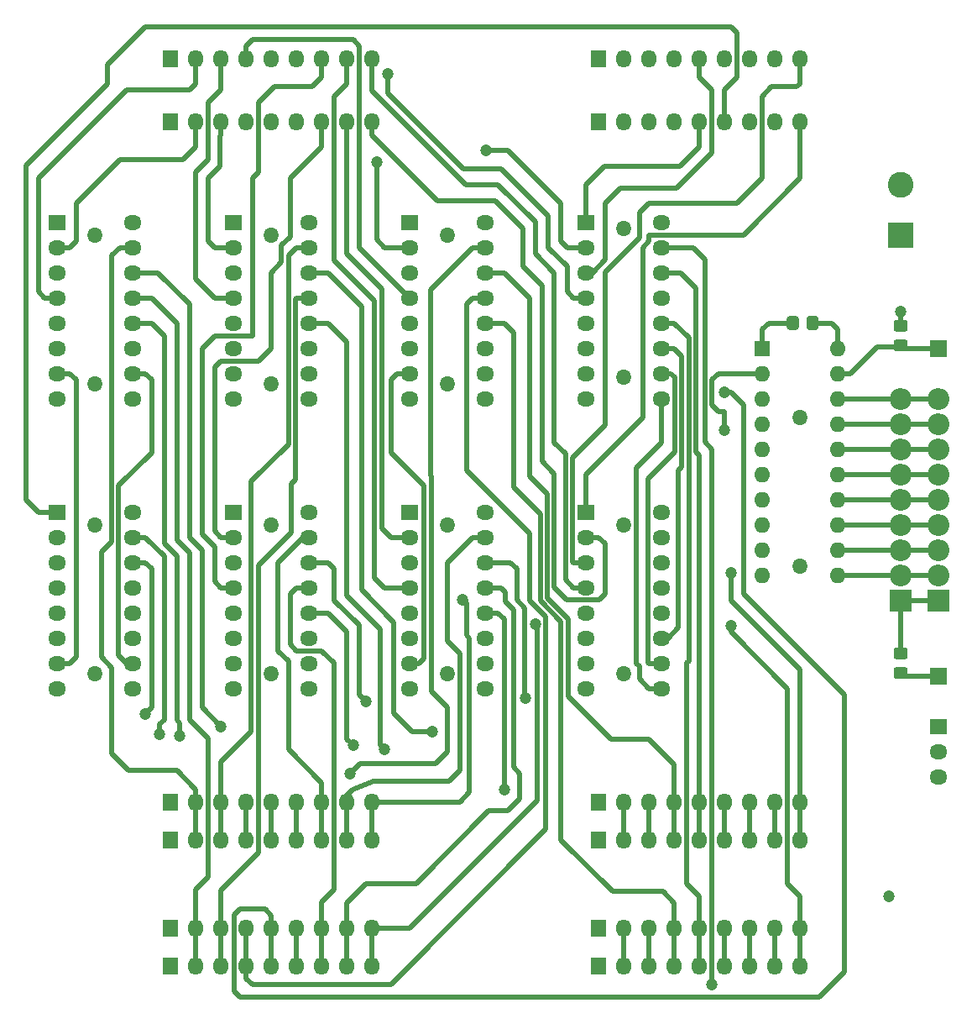
<source format=gbr>
%TF.GenerationSoftware,KiCad,Pcbnew,(5.1.8)-1*%
%TF.CreationDate,2023-02-18T01:15:33+03:00*%
%TF.ProjectId,MUX8x1-v5,4d555838-7831-42d7-9635-2e6b69636164,rev?*%
%TF.SameCoordinates,Original*%
%TF.FileFunction,Copper,L4,Bot*%
%TF.FilePolarity,Positive*%
%FSLAX46Y46*%
G04 Gerber Fmt 4.6, Leading zero omitted, Abs format (unit mm)*
G04 Created by KiCad (PCBNEW (5.1.8)-1) date 2023-02-18 01:15:33*
%MOMM*%
%LPD*%
G01*
G04 APERTURE LIST*
%TA.AperFunction,ComponentPad*%
%ADD10O,1.500000X1.600000*%
%TD*%
%TA.AperFunction,ComponentPad*%
%ADD11O,1.600000X1.600000*%
%TD*%
%TA.AperFunction,ComponentPad*%
%ADD12R,1.600000X1.600000*%
%TD*%
%TA.AperFunction,ComponentPad*%
%ADD13R,1.700000X1.700000*%
%TD*%
%TA.AperFunction,ComponentPad*%
%ADD14O,2.200000X2.200000*%
%TD*%
%TA.AperFunction,ComponentPad*%
%ADD15R,2.200000X2.200000*%
%TD*%
%TA.AperFunction,ComponentPad*%
%ADD16O,1.500000X1.800000*%
%TD*%
%TA.AperFunction,ComponentPad*%
%ADD17R,1.500000X1.800000*%
%TD*%
%TA.AperFunction,ComponentPad*%
%ADD18O,1.800000X1.500000*%
%TD*%
%TA.AperFunction,ComponentPad*%
%ADD19R,1.800000X1.500000*%
%TD*%
%TA.AperFunction,ComponentPad*%
%ADD20C,2.600000*%
%TD*%
%TA.AperFunction,ComponentPad*%
%ADD21R,2.600000X2.600000*%
%TD*%
%TA.AperFunction,ViaPad*%
%ADD22C,1.200000*%
%TD*%
%TA.AperFunction,Conductor*%
%ADD23C,0.500000*%
%TD*%
G04 APERTURE END LIST*
D10*
%TO.P,C9,2*%
%TO.N,GND*%
X137160000Y-93105000D03*
%TO.P,C9,1*%
%TO.N,VCC*%
X137160000Y-78105000D03*
%TD*%
D11*
%TO.P,U9,20*%
%TO.N,VCC*%
X140970000Y-71120000D03*
%TO.P,U9,10*%
%TO.N,GND*%
X133350000Y-93980000D03*
%TO.P,U9,19*%
%TO.N,/~OE*%
X140970000Y-73660000D03*
%TO.P,U9,9*%
%TO.N,/O7*%
X133350000Y-91440000D03*
%TO.P,U9,18*%
%TO.N,/BUS0*%
X140970000Y-76200000D03*
%TO.P,U9,8*%
%TO.N,/O6*%
X133350000Y-88900000D03*
%TO.P,U9,17*%
%TO.N,/BUS1*%
X140970000Y-78740000D03*
%TO.P,U9,7*%
%TO.N,/O5*%
X133350000Y-86360000D03*
%TO.P,U9,16*%
%TO.N,/BUS2*%
X140970000Y-81280000D03*
%TO.P,U9,6*%
%TO.N,/O4*%
X133350000Y-83820000D03*
%TO.P,U9,15*%
%TO.N,/BUS3*%
X140970000Y-83820000D03*
%TO.P,U9,5*%
%TO.N,/O3*%
X133350000Y-81280000D03*
%TO.P,U9,14*%
%TO.N,/BUS4*%
X140970000Y-86360000D03*
%TO.P,U9,4*%
%TO.N,/O2*%
X133350000Y-78740000D03*
%TO.P,U9,13*%
%TO.N,/BUS5*%
X140970000Y-88900000D03*
%TO.P,U9,3*%
%TO.N,/O1*%
X133350000Y-76200000D03*
%TO.P,U9,12*%
%TO.N,/BUS6*%
X140970000Y-91440000D03*
%TO.P,U9,2*%
%TO.N,/O0*%
X133350000Y-73660000D03*
%TO.P,U9,11*%
%TO.N,/BUS7*%
X140970000Y-93980000D03*
D12*
%TO.P,U9,1*%
%TO.N,Net-(R2-Pad1)*%
X133350000Y-71120000D03*
%TD*%
%TO.P,R3,2*%
%TO.N,GND*%
%TA.AperFunction,SMDPad,CuDef*%
G36*
G01*
X147770001Y-69450000D02*
X146869999Y-69450000D01*
G75*
G02*
X146620000Y-69200001I0J249999D01*
G01*
X146620000Y-68499999D01*
G75*
G02*
X146869999Y-68250000I249999J0D01*
G01*
X147770001Y-68250000D01*
G75*
G02*
X148020000Y-68499999I0J-249999D01*
G01*
X148020000Y-69200001D01*
G75*
G02*
X147770001Y-69450000I-249999J0D01*
G01*
G37*
%TD.AperFunction*%
%TO.P,R3,1*%
%TO.N,/~OE*%
%TA.AperFunction,SMDPad,CuDef*%
G36*
G01*
X147770001Y-71450000D02*
X146869999Y-71450000D01*
G75*
G02*
X146620000Y-71200001I0J249999D01*
G01*
X146620000Y-70499999D01*
G75*
G02*
X146869999Y-70250000I249999J0D01*
G01*
X147770001Y-70250000D01*
G75*
G02*
X148020000Y-70499999I0J-249999D01*
G01*
X148020000Y-71200001D01*
G75*
G02*
X147770001Y-71450000I-249999J0D01*
G01*
G37*
%TD.AperFunction*%
%TD*%
%TO.P,R2,2*%
%TO.N,VCC*%
%TA.AperFunction,SMDPad,CuDef*%
G36*
G01*
X137830000Y-69030001D02*
X137830000Y-68129999D01*
G75*
G02*
X138079999Y-67880000I249999J0D01*
G01*
X138780001Y-67880000D01*
G75*
G02*
X139030000Y-68129999I0J-249999D01*
G01*
X139030000Y-69030001D01*
G75*
G02*
X138780001Y-69280000I-249999J0D01*
G01*
X138079999Y-69280000D01*
G75*
G02*
X137830000Y-69030001I0J249999D01*
G01*
G37*
%TD.AperFunction*%
%TO.P,R2,1*%
%TO.N,Net-(R2-Pad1)*%
%TA.AperFunction,SMDPad,CuDef*%
G36*
G01*
X135830000Y-69030001D02*
X135830000Y-68129999D01*
G75*
G02*
X136079999Y-67880000I249999J0D01*
G01*
X136780001Y-67880000D01*
G75*
G02*
X137030000Y-68129999I0J-249999D01*
G01*
X137030000Y-69030001D01*
G75*
G02*
X136780001Y-69280000I-249999J0D01*
G01*
X136079999Y-69280000D01*
G75*
G02*
X135830000Y-69030001I0J249999D01*
G01*
G37*
%TD.AperFunction*%
%TD*%
D13*
%TO.P,J7,1*%
%TO.N,/~OE*%
X151130000Y-71120000D03*
%TD*%
D14*
%TO.P,J3,9*%
%TO.N,/BUS0*%
X147320000Y-76200000D03*
%TO.P,J3,8*%
%TO.N,/BUS1*%
X147320000Y-78740000D03*
%TO.P,J3,7*%
%TO.N,/BUS2*%
X147320000Y-81280000D03*
%TO.P,J3,6*%
%TO.N,/BUS3*%
X147320000Y-83820000D03*
%TO.P,J3,5*%
%TO.N,/BUS4*%
X147320000Y-86360000D03*
%TO.P,J3,4*%
%TO.N,/BUS5*%
X147320000Y-88900000D03*
%TO.P,J3,3*%
%TO.N,/BUS6*%
X147320000Y-91440000D03*
%TO.P,J3,2*%
%TO.N,/BUS7*%
X147320000Y-93980000D03*
D15*
%TO.P,J3,1*%
%TO.N,GND*%
X147320000Y-96520000D03*
%TD*%
D14*
%TO.P,J21,9*%
%TO.N,/BUS0*%
X151130000Y-76200000D03*
%TO.P,J21,8*%
%TO.N,/BUS1*%
X151130000Y-78740000D03*
%TO.P,J21,7*%
%TO.N,/BUS2*%
X151130000Y-81280000D03*
%TO.P,J21,6*%
%TO.N,/BUS3*%
X151130000Y-83820000D03*
%TO.P,J21,5*%
%TO.N,/BUS4*%
X151130000Y-86360000D03*
%TO.P,J21,4*%
%TO.N,/BUS5*%
X151130000Y-88900000D03*
%TO.P,J21,3*%
%TO.N,/BUS6*%
X151130000Y-91440000D03*
%TO.P,J21,2*%
%TO.N,/BUS7*%
X151130000Y-93980000D03*
D15*
%TO.P,J21,1*%
%TO.N,GND*%
X151130000Y-96520000D03*
%TD*%
D16*
%TO.P,J18,9*%
%TO.N,/H7*%
X137160000Y-129540000D03*
%TO.P,J18,8*%
%TO.N,/H6*%
X134620000Y-129540000D03*
%TO.P,J18,7*%
%TO.N,/H5*%
X132080000Y-129540000D03*
%TO.P,J18,6*%
%TO.N,/H4*%
X129540000Y-129540000D03*
%TO.P,J18,5*%
%TO.N,/H3*%
X127000000Y-129540000D03*
%TO.P,J18,4*%
%TO.N,/H2*%
X124460000Y-129540000D03*
%TO.P,J18,3*%
%TO.N,/H1*%
X121920000Y-129540000D03*
%TO.P,J18,2*%
%TO.N,/H0*%
X119380000Y-129540000D03*
D17*
%TO.P,J18,1*%
%TO.N,GND*%
X116840000Y-129540000D03*
%TD*%
D16*
%TO.P,J16,9*%
%TO.N,/H7*%
X137160000Y-133350000D03*
%TO.P,J16,8*%
%TO.N,/H6*%
X134620000Y-133350000D03*
%TO.P,J16,7*%
%TO.N,/H5*%
X132080000Y-133350000D03*
%TO.P,J16,6*%
%TO.N,/H4*%
X129540000Y-133350000D03*
%TO.P,J16,5*%
%TO.N,/H3*%
X127000000Y-133350000D03*
%TO.P,J16,4*%
%TO.N,/H2*%
X124460000Y-133350000D03*
%TO.P,J16,3*%
%TO.N,/H1*%
X121920000Y-133350000D03*
%TO.P,J16,2*%
%TO.N,/H0*%
X119380000Y-133350000D03*
D17*
%TO.P,J16,1*%
%TO.N,GND*%
X116840000Y-133350000D03*
%TD*%
D16*
%TO.P,J15,9*%
%TO.N,/D7*%
X137160000Y-48260000D03*
%TO.P,J15,8*%
%TO.N,/D6*%
X134620000Y-48260000D03*
%TO.P,J15,7*%
%TO.N,/D5*%
X132080000Y-48260000D03*
%TO.P,J15,6*%
%TO.N,/D4*%
X129540000Y-48260000D03*
%TO.P,J15,5*%
%TO.N,/D3*%
X127000000Y-48260000D03*
%TO.P,J15,4*%
%TO.N,/D2*%
X124460000Y-48260000D03*
%TO.P,J15,3*%
%TO.N,/D1*%
X121920000Y-48260000D03*
%TO.P,J15,2*%
%TO.N,/D0*%
X119380000Y-48260000D03*
D17*
%TO.P,J15,1*%
%TO.N,GND*%
X116840000Y-48260000D03*
%TD*%
D16*
%TO.P,J14,9*%
%TO.N,/G7*%
X93980000Y-133350000D03*
%TO.P,J14,8*%
%TO.N,/G6*%
X91440000Y-133350000D03*
%TO.P,J14,7*%
%TO.N,/G5*%
X88900000Y-133350000D03*
%TO.P,J14,6*%
%TO.N,/G4*%
X86360000Y-133350000D03*
%TO.P,J14,5*%
%TO.N,/G3*%
X83820000Y-133350000D03*
%TO.P,J14,4*%
%TO.N,/G2*%
X81280000Y-133350000D03*
%TO.P,J14,3*%
%TO.N,/G1*%
X78740000Y-133350000D03*
%TO.P,J14,2*%
%TO.N,/G0*%
X76200000Y-133350000D03*
D17*
%TO.P,J14,1*%
%TO.N,GND*%
X73660000Y-133350000D03*
%TD*%
D16*
%TO.P,J12,9*%
%TO.N,/G7*%
X93980000Y-129540000D03*
%TO.P,J12,8*%
%TO.N,/G6*%
X91440000Y-129540000D03*
%TO.P,J12,7*%
%TO.N,/G5*%
X88900000Y-129540000D03*
%TO.P,J12,6*%
%TO.N,/G4*%
X86360000Y-129540000D03*
%TO.P,J12,5*%
%TO.N,/G3*%
X83820000Y-129540000D03*
%TO.P,J12,4*%
%TO.N,/G2*%
X81280000Y-129540000D03*
%TO.P,J12,3*%
%TO.N,/G1*%
X78740000Y-129540000D03*
%TO.P,J12,2*%
%TO.N,/G0*%
X76200000Y-129540000D03*
D17*
%TO.P,J12,1*%
%TO.N,GND*%
X73660000Y-129540000D03*
%TD*%
D16*
%TO.P,J11,9*%
%TO.N,/C7*%
X93980000Y-48260000D03*
%TO.P,J11,8*%
%TO.N,/C6*%
X91440000Y-48260000D03*
%TO.P,J11,7*%
%TO.N,/C5*%
X88900000Y-48260000D03*
%TO.P,J11,6*%
%TO.N,/C4*%
X86360000Y-48260000D03*
%TO.P,J11,5*%
%TO.N,/C3*%
X83820000Y-48260000D03*
%TO.P,J11,4*%
%TO.N,/C2*%
X81280000Y-48260000D03*
%TO.P,J11,3*%
%TO.N,/C1*%
X78740000Y-48260000D03*
%TO.P,J11,2*%
%TO.N,/C0*%
X76200000Y-48260000D03*
D17*
%TO.P,J11,1*%
%TO.N,GND*%
X73660000Y-48260000D03*
%TD*%
D16*
%TO.P,J8,9*%
%TO.N,/F7*%
X137160000Y-116880000D03*
%TO.P,J8,8*%
%TO.N,/F6*%
X134620000Y-116880000D03*
%TO.P,J8,7*%
%TO.N,/F5*%
X132080000Y-116880000D03*
%TO.P,J8,6*%
%TO.N,/F4*%
X129540000Y-116880000D03*
%TO.P,J8,5*%
%TO.N,/F3*%
X127000000Y-116880000D03*
%TO.P,J8,4*%
%TO.N,/F2*%
X124460000Y-116880000D03*
%TO.P,J8,3*%
%TO.N,/F1*%
X121920000Y-116880000D03*
%TO.P,J8,2*%
%TO.N,/F0*%
X119380000Y-116880000D03*
D17*
%TO.P,J8,1*%
%TO.N,GND*%
X116840000Y-116880000D03*
%TD*%
D16*
%TO.P,J6,9*%
%TO.N,/F7*%
X137160000Y-120650000D03*
%TO.P,J6,8*%
%TO.N,/F6*%
X134620000Y-120650000D03*
%TO.P,J6,7*%
%TO.N,/F5*%
X132080000Y-120650000D03*
%TO.P,J6,6*%
%TO.N,/F4*%
X129540000Y-120650000D03*
%TO.P,J6,5*%
%TO.N,/F3*%
X127000000Y-120650000D03*
%TO.P,J6,4*%
%TO.N,/F2*%
X124460000Y-120650000D03*
%TO.P,J6,3*%
%TO.N,/F1*%
X121920000Y-120650000D03*
%TO.P,J6,2*%
%TO.N,/F0*%
X119380000Y-120650000D03*
D17*
%TO.P,J6,1*%
%TO.N,GND*%
X116840000Y-120650000D03*
%TD*%
D16*
%TO.P,J5,9*%
%TO.N,/B7*%
X137160000Y-41910000D03*
%TO.P,J5,8*%
%TO.N,/B6*%
X134620000Y-41910000D03*
%TO.P,J5,7*%
%TO.N,/B5*%
X132080000Y-41910000D03*
%TO.P,J5,6*%
%TO.N,/B4*%
X129540000Y-41910000D03*
%TO.P,J5,5*%
%TO.N,/B3*%
X127000000Y-41910000D03*
%TO.P,J5,4*%
%TO.N,/B2*%
X124460000Y-41910000D03*
%TO.P,J5,3*%
%TO.N,/B1*%
X121920000Y-41910000D03*
%TO.P,J5,2*%
%TO.N,/B0*%
X119380000Y-41910000D03*
D17*
%TO.P,J5,1*%
%TO.N,GND*%
X116840000Y-41910000D03*
%TD*%
D16*
%TO.P,J4,9*%
%TO.N,/E7*%
X93980000Y-116840000D03*
%TO.P,J4,8*%
%TO.N,/E6*%
X91440000Y-116840000D03*
%TO.P,J4,7*%
%TO.N,/E5*%
X88900000Y-116840000D03*
%TO.P,J4,6*%
%TO.N,/E4*%
X86360000Y-116840000D03*
%TO.P,J4,5*%
%TO.N,/E3*%
X83820000Y-116840000D03*
%TO.P,J4,4*%
%TO.N,/E2*%
X81280000Y-116840000D03*
%TO.P,J4,3*%
%TO.N,/E1*%
X78740000Y-116840000D03*
%TO.P,J4,2*%
%TO.N,/E0*%
X76200000Y-116840000D03*
D17*
%TO.P,J4,1*%
%TO.N,GND*%
X73660000Y-116840000D03*
%TD*%
D16*
%TO.P,J2,9*%
%TO.N,/E7*%
X93980000Y-120650000D03*
%TO.P,J2,8*%
%TO.N,/E6*%
X91440000Y-120650000D03*
%TO.P,J2,7*%
%TO.N,/E5*%
X88900000Y-120650000D03*
%TO.P,J2,6*%
%TO.N,/E4*%
X86360000Y-120650000D03*
%TO.P,J2,5*%
%TO.N,/E3*%
X83820000Y-120650000D03*
%TO.P,J2,4*%
%TO.N,/E2*%
X81280000Y-120650000D03*
%TO.P,J2,3*%
%TO.N,/E1*%
X78740000Y-120650000D03*
%TO.P,J2,2*%
%TO.N,/E0*%
X76200000Y-120650000D03*
D17*
%TO.P,J2,1*%
%TO.N,GND*%
X73660000Y-120650000D03*
%TD*%
D16*
%TO.P,J1,9*%
%TO.N,/A7*%
X93980000Y-41910000D03*
%TO.P,J1,8*%
%TO.N,/A6*%
X91440000Y-41910000D03*
%TO.P,J1,7*%
%TO.N,/A5*%
X88900000Y-41910000D03*
%TO.P,J1,6*%
%TO.N,/A4*%
X86360000Y-41910000D03*
%TO.P,J1,5*%
%TO.N,/A3*%
X83820000Y-41910000D03*
%TO.P,J1,4*%
%TO.N,/A2*%
X81280000Y-41910000D03*
%TO.P,J1,3*%
%TO.N,/A1*%
X78740000Y-41910000D03*
%TO.P,J1,2*%
%TO.N,/A0*%
X76200000Y-41910000D03*
D17*
%TO.P,J1,1*%
%TO.N,GND*%
X73660000Y-41910000D03*
%TD*%
D10*
%TO.P,C8,2*%
%TO.N,GND*%
X119380000Y-103900000D03*
%TO.P,C8,1*%
%TO.N,VCC*%
X119380000Y-88900000D03*
%TD*%
%TO.P,C7,2*%
%TO.N,GND*%
X101600000Y-103900000D03*
%TO.P,C7,1*%
%TO.N,VCC*%
X101600000Y-88900000D03*
%TD*%
%TO.P,C6,2*%
%TO.N,GND*%
X83820000Y-103900000D03*
%TO.P,C6,1*%
%TO.N,VCC*%
X83820000Y-88900000D03*
%TD*%
%TO.P,C5,2*%
%TO.N,GND*%
X66040000Y-103900000D03*
%TO.P,C5,1*%
%TO.N,VCC*%
X66040000Y-88900000D03*
%TD*%
%TO.P,C4,2*%
%TO.N,GND*%
X119380000Y-74055000D03*
%TO.P,C4,1*%
%TO.N,VCC*%
X119380000Y-59055000D03*
%TD*%
%TO.P,C3,2*%
%TO.N,GND*%
X101600000Y-74690000D03*
%TO.P,C3,1*%
%TO.N,VCC*%
X101600000Y-59690000D03*
%TD*%
%TO.P,C2,2*%
%TO.N,GND*%
X83820000Y-74690000D03*
%TO.P,C2,1*%
%TO.N,VCC*%
X83820000Y-59690000D03*
%TD*%
%TO.P,C1,2*%
%TO.N,GND*%
X66040000Y-74690000D03*
%TO.P,C1,1*%
%TO.N,VCC*%
X66040000Y-59690000D03*
%TD*%
D18*
%TO.P,U8,16*%
%TO.N,VCC*%
X123190000Y-87630000D03*
%TO.P,U8,8*%
%TO.N,GND*%
X115570000Y-105410000D03*
%TO.P,U8,15*%
%TO.N,/E7*%
X123190000Y-90170000D03*
%TO.P,U8,7*%
%TO.N,/~E*%
X115570000Y-102870000D03*
%TO.P,U8,14*%
%TO.N,/F7*%
X123190000Y-92710000D03*
%TO.P,U8,6*%
%TO.N,Net-(U8-Pad6)*%
X115570000Y-100330000D03*
%TO.P,U8,13*%
%TO.N,/G7*%
X123190000Y-95250000D03*
%TO.P,U8,5*%
%TO.N,/O7*%
X115570000Y-97790000D03*
%TO.P,U8,12*%
%TO.N,/H7*%
X123190000Y-97790000D03*
%TO.P,U8,4*%
%TO.N,/A7*%
X115570000Y-95250000D03*
%TO.P,U8,11*%
%TO.N,/S0*%
X123190000Y-100330000D03*
%TO.P,U8,3*%
%TO.N,/B7*%
X115570000Y-92710000D03*
%TO.P,U8,10*%
%TO.N,/S1*%
X123190000Y-102870000D03*
%TO.P,U8,2*%
%TO.N,/C7*%
X115570000Y-90170000D03*
%TO.P,U8,9*%
%TO.N,/S2*%
X123190000Y-105410000D03*
D19*
%TO.P,U8,1*%
%TO.N,/D7*%
X115570000Y-87630000D03*
%TD*%
D18*
%TO.P,U7,16*%
%TO.N,VCC*%
X105410000Y-87630000D03*
%TO.P,U7,8*%
%TO.N,GND*%
X97790000Y-105410000D03*
%TO.P,U7,15*%
%TO.N,/E6*%
X105410000Y-90170000D03*
%TO.P,U7,7*%
%TO.N,/~E*%
X97790000Y-102870000D03*
%TO.P,U7,14*%
%TO.N,/F6*%
X105410000Y-92710000D03*
%TO.P,U7,6*%
%TO.N,Net-(U7-Pad6)*%
X97790000Y-100330000D03*
%TO.P,U7,13*%
%TO.N,/G6*%
X105410000Y-95250000D03*
%TO.P,U7,5*%
%TO.N,/O6*%
X97790000Y-97790000D03*
%TO.P,U7,12*%
%TO.N,/H6*%
X105410000Y-97790000D03*
%TO.P,U7,4*%
%TO.N,/A6*%
X97790000Y-95250000D03*
%TO.P,U7,11*%
%TO.N,/S0*%
X105410000Y-100330000D03*
%TO.P,U7,3*%
%TO.N,/B6*%
X97790000Y-92710000D03*
%TO.P,U7,10*%
%TO.N,/S1*%
X105410000Y-102870000D03*
%TO.P,U7,2*%
%TO.N,/C6*%
X97790000Y-90170000D03*
%TO.P,U7,9*%
%TO.N,/S2*%
X105410000Y-105410000D03*
D19*
%TO.P,U7,1*%
%TO.N,/D6*%
X97790000Y-87630000D03*
%TD*%
D18*
%TO.P,U6,16*%
%TO.N,VCC*%
X87630000Y-87630000D03*
%TO.P,U6,8*%
%TO.N,GND*%
X80010000Y-105410000D03*
%TO.P,U6,15*%
%TO.N,/E5*%
X87630000Y-90170000D03*
%TO.P,U6,7*%
%TO.N,/~E*%
X80010000Y-102870000D03*
%TO.P,U6,14*%
%TO.N,/F5*%
X87630000Y-92710000D03*
%TO.P,U6,6*%
%TO.N,Net-(U6-Pad6)*%
X80010000Y-100330000D03*
%TO.P,U6,13*%
%TO.N,/G5*%
X87630000Y-95250000D03*
%TO.P,U6,5*%
%TO.N,/O5*%
X80010000Y-97790000D03*
%TO.P,U6,12*%
%TO.N,/H5*%
X87630000Y-97790000D03*
%TO.P,U6,4*%
%TO.N,/A5*%
X80010000Y-95250000D03*
%TO.P,U6,11*%
%TO.N,/S0*%
X87630000Y-100330000D03*
%TO.P,U6,3*%
%TO.N,/B5*%
X80010000Y-92710000D03*
%TO.P,U6,10*%
%TO.N,/S1*%
X87630000Y-102870000D03*
%TO.P,U6,2*%
%TO.N,/C5*%
X80010000Y-90170000D03*
%TO.P,U6,9*%
%TO.N,/S2*%
X87630000Y-105410000D03*
D19*
%TO.P,U6,1*%
%TO.N,/D5*%
X80010000Y-87630000D03*
%TD*%
D18*
%TO.P,U5,16*%
%TO.N,VCC*%
X69850000Y-87630000D03*
%TO.P,U5,8*%
%TO.N,GND*%
X62230000Y-105410000D03*
%TO.P,U5,15*%
%TO.N,/E4*%
X69850000Y-90170000D03*
%TO.P,U5,7*%
%TO.N,/~E*%
X62230000Y-102870000D03*
%TO.P,U5,14*%
%TO.N,/F4*%
X69850000Y-92710000D03*
%TO.P,U5,6*%
%TO.N,Net-(U5-Pad6)*%
X62230000Y-100330000D03*
%TO.P,U5,13*%
%TO.N,/G4*%
X69850000Y-95250000D03*
%TO.P,U5,5*%
%TO.N,/O4*%
X62230000Y-97790000D03*
%TO.P,U5,12*%
%TO.N,/H4*%
X69850000Y-97790000D03*
%TO.P,U5,4*%
%TO.N,/A4*%
X62230000Y-95250000D03*
%TO.P,U5,11*%
%TO.N,/S0*%
X69850000Y-100330000D03*
%TO.P,U5,3*%
%TO.N,/B4*%
X62230000Y-92710000D03*
%TO.P,U5,10*%
%TO.N,/S1*%
X69850000Y-102870000D03*
%TO.P,U5,2*%
%TO.N,/C4*%
X62230000Y-90170000D03*
%TO.P,U5,9*%
%TO.N,/S2*%
X69850000Y-105410000D03*
D19*
%TO.P,U5,1*%
%TO.N,/D4*%
X62230000Y-87630000D03*
%TD*%
D18*
%TO.P,U4,16*%
%TO.N,VCC*%
X123190000Y-58420000D03*
%TO.P,U4,8*%
%TO.N,GND*%
X115570000Y-76200000D03*
%TO.P,U4,15*%
%TO.N,/E3*%
X123190000Y-60960000D03*
%TO.P,U4,7*%
%TO.N,/~E*%
X115570000Y-73660000D03*
%TO.P,U4,14*%
%TO.N,/F3*%
X123190000Y-63500000D03*
%TO.P,U4,6*%
%TO.N,Net-(U4-Pad6)*%
X115570000Y-71120000D03*
%TO.P,U4,13*%
%TO.N,/G3*%
X123190000Y-66040000D03*
%TO.P,U4,5*%
%TO.N,/O3*%
X115570000Y-68580000D03*
%TO.P,U4,12*%
%TO.N,/H3*%
X123190000Y-68580000D03*
%TO.P,U4,4*%
%TO.N,/A3*%
X115570000Y-66040000D03*
%TO.P,U4,11*%
%TO.N,/S0*%
X123190000Y-71120000D03*
%TO.P,U4,3*%
%TO.N,/B3*%
X115570000Y-63500000D03*
%TO.P,U4,10*%
%TO.N,/S1*%
X123190000Y-73660000D03*
%TO.P,U4,2*%
%TO.N,/C3*%
X115570000Y-60960000D03*
%TO.P,U4,9*%
%TO.N,/S2*%
X123190000Y-76200000D03*
D19*
%TO.P,U4,1*%
%TO.N,/D3*%
X115570000Y-58420000D03*
%TD*%
D18*
%TO.P,U3,16*%
%TO.N,VCC*%
X105410000Y-58420000D03*
%TO.P,U3,8*%
%TO.N,GND*%
X97790000Y-76200000D03*
%TO.P,U3,15*%
%TO.N,/E2*%
X105410000Y-60960000D03*
%TO.P,U3,7*%
%TO.N,/~E*%
X97790000Y-73660000D03*
%TO.P,U3,14*%
%TO.N,/F2*%
X105410000Y-63500000D03*
%TO.P,U3,6*%
%TO.N,Net-(U3-Pad6)*%
X97790000Y-71120000D03*
%TO.P,U3,13*%
%TO.N,/G2*%
X105410000Y-66040000D03*
%TO.P,U3,5*%
%TO.N,/O2*%
X97790000Y-68580000D03*
%TO.P,U3,12*%
%TO.N,/H2*%
X105410000Y-68580000D03*
%TO.P,U3,4*%
%TO.N,/A2*%
X97790000Y-66040000D03*
%TO.P,U3,11*%
%TO.N,/S0*%
X105410000Y-71120000D03*
%TO.P,U3,3*%
%TO.N,/B2*%
X97790000Y-63500000D03*
%TO.P,U3,10*%
%TO.N,/S1*%
X105410000Y-73660000D03*
%TO.P,U3,2*%
%TO.N,/C2*%
X97790000Y-60960000D03*
%TO.P,U3,9*%
%TO.N,/S2*%
X105410000Y-76200000D03*
D19*
%TO.P,U3,1*%
%TO.N,/D2*%
X97790000Y-58420000D03*
%TD*%
D18*
%TO.P,U2,16*%
%TO.N,VCC*%
X87630000Y-58420000D03*
%TO.P,U2,8*%
%TO.N,GND*%
X80010000Y-76200000D03*
%TO.P,U2,15*%
%TO.N,/E1*%
X87630000Y-60960000D03*
%TO.P,U2,7*%
%TO.N,/~E*%
X80010000Y-73660000D03*
%TO.P,U2,14*%
%TO.N,/F1*%
X87630000Y-63500000D03*
%TO.P,U2,6*%
%TO.N,Net-(U2-Pad6)*%
X80010000Y-71120000D03*
%TO.P,U2,13*%
%TO.N,/G1*%
X87630000Y-66040000D03*
%TO.P,U2,5*%
%TO.N,/O1*%
X80010000Y-68580000D03*
%TO.P,U2,12*%
%TO.N,/H1*%
X87630000Y-68580000D03*
%TO.P,U2,4*%
%TO.N,/A1*%
X80010000Y-66040000D03*
%TO.P,U2,11*%
%TO.N,/S0*%
X87630000Y-71120000D03*
%TO.P,U2,3*%
%TO.N,/B1*%
X80010000Y-63500000D03*
%TO.P,U2,10*%
%TO.N,/S1*%
X87630000Y-73660000D03*
%TO.P,U2,2*%
%TO.N,/C1*%
X80010000Y-60960000D03*
%TO.P,U2,9*%
%TO.N,/S2*%
X87630000Y-76200000D03*
D19*
%TO.P,U2,1*%
%TO.N,/D1*%
X80010000Y-58420000D03*
%TD*%
D18*
%TO.P,U1,16*%
%TO.N,VCC*%
X69850000Y-58420000D03*
%TO.P,U1,8*%
%TO.N,GND*%
X62230000Y-76200000D03*
%TO.P,U1,15*%
%TO.N,/E0*%
X69850000Y-60960000D03*
%TO.P,U1,7*%
%TO.N,/~E*%
X62230000Y-73660000D03*
%TO.P,U1,14*%
%TO.N,/F0*%
X69850000Y-63500000D03*
%TO.P,U1,6*%
%TO.N,Net-(U1-Pad6)*%
X62230000Y-71120000D03*
%TO.P,U1,13*%
%TO.N,/G0*%
X69850000Y-66040000D03*
%TO.P,U1,5*%
%TO.N,/O0*%
X62230000Y-68580000D03*
%TO.P,U1,12*%
%TO.N,/H0*%
X69850000Y-68580000D03*
%TO.P,U1,4*%
%TO.N,/A0*%
X62230000Y-66040000D03*
%TO.P,U1,11*%
%TO.N,/S0*%
X69850000Y-71120000D03*
%TO.P,U1,3*%
%TO.N,/B0*%
X62230000Y-63500000D03*
%TO.P,U1,10*%
%TO.N,/S1*%
X69850000Y-73660000D03*
%TO.P,U1,2*%
%TO.N,/C0*%
X62230000Y-60960000D03*
%TO.P,U1,9*%
%TO.N,/S2*%
X69850000Y-76200000D03*
D19*
%TO.P,U1,1*%
%TO.N,/D0*%
X62230000Y-58420000D03*
%TD*%
%TO.P,R1,2*%
%TO.N,GND*%
%TA.AperFunction,SMDPad,CuDef*%
G36*
G01*
X147770001Y-102470000D02*
X146869999Y-102470000D01*
G75*
G02*
X146620000Y-102220001I0J249999D01*
G01*
X146620000Y-101519999D01*
G75*
G02*
X146869999Y-101270000I249999J0D01*
G01*
X147770001Y-101270000D01*
G75*
G02*
X148020000Y-101519999I0J-249999D01*
G01*
X148020000Y-102220001D01*
G75*
G02*
X147770001Y-102470000I-249999J0D01*
G01*
G37*
%TD.AperFunction*%
%TO.P,R1,1*%
%TO.N,/~E*%
%TA.AperFunction,SMDPad,CuDef*%
G36*
G01*
X147770001Y-104470000D02*
X146869999Y-104470000D01*
G75*
G02*
X146620000Y-104220001I0J249999D01*
G01*
X146620000Y-103519999D01*
G75*
G02*
X146869999Y-103270000I249999J0D01*
G01*
X147770001Y-103270000D01*
G75*
G02*
X148020000Y-103519999I0J-249999D01*
G01*
X148020000Y-104220001D01*
G75*
G02*
X147770001Y-104470000I-249999J0D01*
G01*
G37*
%TD.AperFunction*%
%TD*%
D13*
%TO.P,J20,1*%
%TO.N,/~E*%
X151130000Y-104140000D03*
%TD*%
D18*
%TO.P,J10,3*%
%TO.N,/S2*%
X151130000Y-114300000D03*
%TO.P,J10,2*%
%TO.N,/S1*%
X151130000Y-111760000D03*
D19*
%TO.P,J10,1*%
%TO.N,/S0*%
X151130000Y-109220000D03*
%TD*%
D20*
%TO.P,J9,2*%
%TO.N,GND*%
X147320000Y-54690000D03*
D21*
%TO.P,J9,1*%
%TO.N,VCC*%
X147320000Y-59690000D03*
%TD*%
D22*
%TO.N,GND*%
X147320000Y-67441700D03*
X146163200Y-126360500D03*
%TO.N,/A3*%
X95562400Y-43502600D03*
%TO.N,/E7*%
X103150200Y-96450300D03*
%TO.N,/E4*%
X72581100Y-110046100D03*
%TO.N,/E3*%
X128270000Y-135255000D03*
%TO.N,/E2*%
X91785800Y-113982500D03*
%TO.N,/F7*%
X130175000Y-93804100D03*
%TO.N,/F6*%
X109488300Y-106416100D03*
%TO.N,/F5*%
X93345000Y-106680000D03*
%TO.N,/F4*%
X71120000Y-107950000D03*
%TO.N,/F1*%
X100094150Y-109773350D03*
%TO.N,/F0*%
X78740000Y-109220000D03*
%TO.N,/C3*%
X105463200Y-51170400D03*
%TO.N,/C2*%
X94463100Y-52335500D03*
%TO.N,/G7*%
X110449000Y-98919000D03*
%TO.N,/G3*%
X129540000Y-75565000D03*
%TO.N,/H7*%
X130175000Y-99060000D03*
%TO.N,/H6*%
X107315000Y-115570000D03*
%TO.N,/H5*%
X92075000Y-111125000D03*
%TO.N,/H1*%
X95250000Y-111506600D03*
%TO.N,/H0*%
X74595700Y-110155700D03*
%TO.N,/O0*%
X129540000Y-79375000D03*
%TD*%
D23*
%TO.N,GND*%
X149225000Y-96520000D02*
X151130000Y-96520000D01*
X147320000Y-96520000D02*
X149225000Y-96520000D01*
X147320000Y-67441700D02*
X147320000Y-68850000D01*
X147320000Y-96520000D02*
X147320000Y-98425000D01*
X147320000Y-98425000D02*
X147320000Y-99060000D01*
X147320000Y-99060000D02*
X147320000Y-101870000D01*
%TO.N,VCC*%
X140970000Y-71120000D02*
X140970000Y-69215000D01*
X140970000Y-69215000D02*
X140335000Y-68580000D01*
X140335000Y-68580000D02*
X138430000Y-68580000D01*
%TO.N,/A7*%
X113519200Y-81769200D02*
X113519200Y-94469200D01*
X112369550Y-80619550D02*
X113519200Y-81769200D01*
X113519200Y-94469200D02*
X114300000Y-95250000D01*
X110464550Y-61620450D02*
X112369550Y-63525450D01*
X114300000Y-95250000D02*
X115570000Y-95250000D01*
X112369550Y-63525450D02*
X112369550Y-80619550D01*
X110464550Y-58394550D02*
X110464550Y-61620450D01*
X106705450Y-54635450D02*
X110464550Y-58394550D01*
X103479550Y-54635450D02*
X106705450Y-54635450D01*
X93980000Y-45135900D02*
X103479550Y-54635450D01*
X93980000Y-41910000D02*
X93980000Y-45135900D01*
%TO.N,/A6*%
X95250000Y-95250000D02*
X97790000Y-95250000D01*
X94271000Y-94271000D02*
X95250000Y-95250000D01*
X94271000Y-66331000D02*
X94271000Y-94271000D01*
X90190000Y-62250000D02*
X94271000Y-66331000D01*
X90190000Y-45740000D02*
X90190000Y-62250000D01*
X91440000Y-44490000D02*
X90190000Y-45740000D01*
X91440000Y-41910000D02*
X91440000Y-44490000D01*
%TO.N,/A5*%
X88900000Y-43815000D02*
X88900000Y-41910000D01*
X80010000Y-95250000D02*
X78740000Y-95250000D01*
X84126650Y-44778350D02*
X87936650Y-44778350D01*
X78740000Y-95250000D02*
X78105000Y-94615000D01*
X82550000Y-53340000D02*
X82550000Y-46355000D01*
X78105000Y-94615000D02*
X78105000Y-91122500D01*
X78105000Y-91122500D02*
X76835000Y-89852500D01*
X76835000Y-89852500D02*
X76835000Y-71120000D01*
X76835000Y-71120000D02*
X78105000Y-69850000D01*
X78105000Y-69850000D02*
X81915000Y-69850000D01*
X81915000Y-69850000D02*
X81915000Y-53975000D01*
X81915000Y-53975000D02*
X82550000Y-53340000D01*
X82550000Y-46355000D02*
X84126650Y-44778350D01*
X87936650Y-44778350D02*
X88900000Y-43815000D01*
%TO.N,/A3*%
X114300000Y-66040000D02*
X115570000Y-66040000D01*
X113667650Y-65407650D02*
X114300000Y-66040000D01*
X113667650Y-62867650D02*
X113667650Y-65407650D01*
X111760000Y-60960000D02*
X113667650Y-62867650D01*
X111760000Y-57785000D02*
X111760000Y-60960000D01*
X106994850Y-53019850D02*
X111760000Y-57785000D01*
X103190150Y-53019850D02*
X106994850Y-53019850D01*
X95562400Y-45392100D02*
X103190150Y-53019850D01*
X95562400Y-43502600D02*
X95562400Y-45392100D01*
%TO.N,/A2*%
X96520000Y-64770000D02*
X97790000Y-66040000D01*
X92710000Y-60960000D02*
X96520000Y-64770000D01*
X92710000Y-40640000D02*
X92710000Y-60960000D01*
X81915000Y-40005000D02*
X92075000Y-40005000D01*
X81280000Y-40640000D02*
X81915000Y-40005000D01*
X92075000Y-40005000D02*
X92710000Y-40640000D01*
X81280000Y-41910000D02*
X81280000Y-40640000D01*
%TO.N,/A1*%
X77470000Y-52070000D02*
X76200000Y-53340000D01*
X77470000Y-46355000D02*
X77470000Y-52070000D01*
X78740000Y-45085000D02*
X77470000Y-46355000D01*
X78740000Y-41910000D02*
X78740000Y-45085000D01*
X76200000Y-53340000D02*
X76200000Y-64135000D01*
X78105000Y-66040000D02*
X76200000Y-64135000D01*
X78105000Y-66040000D02*
X80010000Y-66040000D01*
%TO.N,/A0*%
X60960000Y-66040000D02*
X62230000Y-66040000D01*
X60325000Y-65405000D02*
X60960000Y-66040000D01*
X60325000Y-53975000D02*
X60325000Y-65405000D01*
X69215000Y-45085000D02*
X60325000Y-53975000D01*
X75565000Y-45085000D02*
X69215000Y-45085000D01*
X76200000Y-44450000D02*
X75565000Y-45085000D01*
X76200000Y-41910000D02*
X76200000Y-44450000D01*
%TO.N,/E7*%
X93980000Y-116840000D02*
X93980000Y-120650000D01*
X103505000Y-96805100D02*
X103150200Y-96450300D01*
X103505000Y-100012500D02*
X103505000Y-96805100D01*
X103822500Y-100330000D02*
X103505000Y-100012500D01*
X103822500Y-115887500D02*
X103822500Y-100330000D01*
X102870000Y-116840000D02*
X103822500Y-115887500D01*
X93980000Y-116840000D02*
X102870000Y-116840000D01*
%TO.N,/E6*%
X91440000Y-120650000D02*
X91440000Y-116840000D01*
X104140000Y-90170000D02*
X105410000Y-90170000D01*
X101600000Y-92710000D02*
X104140000Y-90170000D01*
X101600000Y-100647500D02*
X101600000Y-92710000D01*
X102870000Y-101917500D02*
X101600000Y-100647500D01*
X102870000Y-113665000D02*
X102870000Y-101917500D01*
X101752800Y-114782200D02*
X102870000Y-113665000D01*
X94163300Y-114782200D02*
X101752800Y-114782200D01*
X92059750Y-115585250D02*
X94163300Y-114782200D01*
X91440000Y-116205000D02*
X92059750Y-115585250D01*
X91440000Y-116840000D02*
X91440000Y-116205000D01*
%TO.N,/E5*%
X88900000Y-120650000D02*
X88900000Y-116840000D01*
X88900000Y-114935000D02*
X88900000Y-116840000D01*
X85554100Y-111589100D02*
X88900000Y-114935000D01*
X85554100Y-102699100D02*
X85554100Y-111589100D01*
X84455000Y-101600000D02*
X85554100Y-102699100D01*
X84455000Y-92710000D02*
X84455000Y-101600000D01*
X86995000Y-90170000D02*
X84455000Y-92710000D01*
X87630000Y-90170000D02*
X86995000Y-90170000D01*
%TO.N,/E4*%
X86360000Y-120650000D02*
X86360000Y-116840000D01*
X72581100Y-109028900D02*
X72581100Y-110046100D01*
X73025000Y-108585000D02*
X72581100Y-109028900D01*
X71120000Y-90170000D02*
X73025000Y-92075000D01*
X73025000Y-92075000D02*
X73025000Y-108585000D01*
X69850000Y-90170000D02*
X71120000Y-90170000D01*
%TO.N,/E3*%
X83820000Y-120650000D02*
X83820000Y-116840000D01*
X123190000Y-60960000D02*
X126365000Y-60960000D01*
X127569990Y-62164990D02*
X127569990Y-79309990D01*
X126365000Y-60960000D02*
X127569990Y-62164990D01*
X127569990Y-79309990D02*
X127569990Y-80579990D01*
X127569990Y-80579990D02*
X128270000Y-81280000D01*
X128270000Y-81280000D02*
X128270000Y-92075000D01*
X128270000Y-92075000D02*
X128270000Y-135255000D01*
%TO.N,/E2*%
X81280000Y-116840000D02*
X81280000Y-120650000D01*
X104140000Y-60960000D02*
X105410000Y-60960000D01*
X99887500Y-65212500D02*
X104140000Y-60960000D01*
X99887500Y-83945000D02*
X99887500Y-65212500D01*
X100012500Y-84070000D02*
X99887500Y-83945000D01*
X100012500Y-105727500D02*
X100012500Y-84070000D01*
X101600000Y-107315000D02*
X100012500Y-105727500D01*
X101600000Y-111760000D02*
X101600000Y-107315000D01*
X100394300Y-112965700D02*
X101600000Y-111760000D01*
X92802600Y-112965700D02*
X100394300Y-112965700D01*
X91785800Y-113982500D02*
X92802600Y-112965700D01*
%TO.N,/E1*%
X78740000Y-120650000D02*
X78740000Y-116840000D01*
X86360000Y-60960000D02*
X87630000Y-60960000D01*
X85572500Y-61747500D02*
X86360000Y-60960000D01*
X85572500Y-80797500D02*
X85572500Y-61747500D01*
X81818000Y-84552000D02*
X85572500Y-80797500D01*
X81818000Y-109758000D02*
X81818000Y-84552000D01*
X78740000Y-112836000D02*
X81818000Y-109758000D01*
X78740000Y-116840000D02*
X78740000Y-112836000D01*
%TO.N,/E0*%
X76200000Y-116840000D02*
X76200000Y-120650000D01*
X66675000Y-102235000D02*
X67736100Y-103296100D01*
X66675000Y-91657200D02*
X66675000Y-102235000D01*
X67736100Y-90596100D02*
X66675000Y-91657200D01*
X67736100Y-61803900D02*
X67736100Y-90596100D01*
X68580000Y-60960000D02*
X67736100Y-61803900D01*
X69850000Y-60960000D02*
X68580000Y-60960000D01*
X76200000Y-116840000D02*
X76200000Y-115570000D01*
X76200000Y-115570000D02*
X74295000Y-113665000D01*
X69432200Y-113665000D02*
X67736100Y-111968900D01*
X74295000Y-113665000D02*
X69432200Y-113665000D01*
X67736100Y-103296100D02*
X67736100Y-111968900D01*
%TO.N,/B7*%
X114300000Y-92710000D02*
X115570000Y-92710000D01*
X114219600Y-92629600D02*
X114300000Y-92710000D01*
X137160000Y-41910000D02*
X137160000Y-44450000D01*
X137160000Y-44450000D02*
X136842500Y-44767500D01*
X134302500Y-44767500D02*
X133350000Y-45720000D01*
X117481200Y-78885700D02*
X114219600Y-82147300D01*
X136842500Y-44767500D02*
X134302500Y-44767500D01*
X114219600Y-82147300D02*
X114219600Y-92629600D01*
X133350000Y-45720000D02*
X133350000Y-53975000D01*
X133350000Y-53975000D02*
X130810000Y-56515000D01*
X130810000Y-56515000D02*
X121920000Y-56515000D01*
X121920000Y-56515000D02*
X120967500Y-57467500D01*
X120967500Y-57467500D02*
X120967500Y-60007500D01*
X120967500Y-60007500D02*
X117481200Y-63493800D01*
X117481200Y-63493800D02*
X117481200Y-78885700D01*
%TO.N,/B3*%
X127000000Y-43815000D02*
X127000000Y-41910000D01*
X128250000Y-45065000D02*
X127000000Y-43815000D01*
X119006300Y-54983700D02*
X124721300Y-54983700D01*
X117480000Y-56510000D02*
X119006300Y-54983700D01*
X117480000Y-62225000D02*
X117480000Y-56510000D01*
X124721300Y-54983700D02*
X128250000Y-51455000D01*
X116205000Y-63500000D02*
X117480000Y-62225000D01*
X128250000Y-51455000D02*
X128250000Y-45065000D01*
X115570000Y-63500000D02*
X116205000Y-63500000D01*
%TO.N,/F7*%
X137160000Y-116880000D02*
X137160000Y-120650000D01*
X137160000Y-103505000D02*
X137160000Y-116880000D01*
X130175000Y-93804100D02*
X130175000Y-96520000D01*
X130175000Y-96520000D02*
X137160000Y-103505000D01*
%TO.N,/F6*%
X109398700Y-97323700D02*
X109398700Y-106326500D01*
X109398700Y-106326500D02*
X109488300Y-106416100D01*
X134620000Y-120650000D02*
X134620000Y-116880000D01*
X105410000Y-92710000D02*
X107950000Y-92710000D01*
X108590000Y-93350000D02*
X108590000Y-96515000D01*
X107950000Y-92710000D02*
X108590000Y-93350000D01*
X108590000Y-96515000D02*
X109398700Y-97323700D01*
%TO.N,/F5*%
X132080000Y-120650000D02*
X132080000Y-116880000D01*
X92715000Y-106050000D02*
X93345000Y-106680000D01*
X92715000Y-99055000D02*
X92715000Y-106050000D01*
X92705000Y-99055000D02*
X92715000Y-99055000D01*
X90175000Y-96525000D02*
X92705000Y-99055000D01*
X90175000Y-93350000D02*
X90175000Y-96525000D01*
X89535000Y-92710000D02*
X90175000Y-93350000D01*
X87630000Y-92710000D02*
X89535000Y-92710000D01*
%TO.N,/F4*%
X129540000Y-120650000D02*
X129540000Y-116880000D01*
X71530800Y-107539200D02*
X71120000Y-107950000D01*
X71755000Y-107315000D02*
X71530800Y-107539200D01*
X71755000Y-93345000D02*
X71755000Y-107315000D01*
X71120000Y-92710000D02*
X71755000Y-93345000D01*
X69850000Y-92710000D02*
X71120000Y-92710000D01*
%TO.N,/F3*%
X127000000Y-120650000D02*
X127000000Y-116880000D01*
X125095000Y-63500000D02*
X123190000Y-63500000D01*
X126687200Y-65092200D02*
X125095000Y-63500000D01*
X126687200Y-81592800D02*
X126687200Y-65092200D01*
X127000000Y-81905600D02*
X126687200Y-81592800D01*
X127000000Y-116880000D02*
X127000000Y-81905600D01*
%TO.N,/F2*%
X124460000Y-116880000D02*
X124460000Y-120650000D01*
X124460000Y-113030000D02*
X124460000Y-116880000D01*
X121940000Y-110510000D02*
X124460000Y-113030000D01*
X113762400Y-106182400D02*
X118090000Y-110510000D01*
X113762400Y-98403700D02*
X113762400Y-106182400D01*
X111652400Y-96293700D02*
X113762400Y-98403700D01*
X111652400Y-85832600D02*
X111652400Y-96293700D01*
X109860000Y-84040200D02*
X111652400Y-85832600D01*
X109860000Y-66045000D02*
X109860000Y-84040200D01*
X107315000Y-63500000D02*
X109860000Y-66045000D01*
X118090000Y-110510000D02*
X121940000Y-110510000D01*
X105410000Y-63500000D02*
X107315000Y-63500000D01*
%TO.N,/F1*%
X121920000Y-120650000D02*
X121920000Y-116880000D01*
X98931950Y-109773350D02*
X100094150Y-109773350D01*
X98025850Y-109773350D02*
X98931950Y-109773350D01*
X96190300Y-107937800D02*
X98025850Y-109773350D01*
X96190300Y-98730300D02*
X96190300Y-107937800D01*
X92924700Y-95464700D02*
X96190300Y-98730300D01*
X92924700Y-66889700D02*
X92924700Y-95464700D01*
X89535000Y-63500000D02*
X92924700Y-66889700D01*
X87630000Y-63500000D02*
X89535000Y-63500000D01*
%TO.N,/F0*%
X119380000Y-120650000D02*
X119380000Y-116880000D01*
X76835000Y-107315000D02*
X78740000Y-109220000D01*
X76835000Y-91440000D02*
X76835000Y-107315000D01*
X75565000Y-90170000D02*
X76835000Y-91440000D01*
X75565000Y-66675000D02*
X75565000Y-90170000D01*
X72390000Y-63500000D02*
X75565000Y-66675000D01*
X69850000Y-63500000D02*
X72390000Y-63500000D01*
%TO.N,/C7*%
X116840000Y-90170000D02*
X115570000Y-90170000D01*
X117475000Y-90805000D02*
X116840000Y-90170000D01*
X113608500Y-96463500D02*
X116896500Y-96463500D01*
X93980000Y-49660000D02*
X100582500Y-56262500D01*
X100582500Y-56262500D02*
X106427500Y-56262500D01*
X93980000Y-48260000D02*
X93980000Y-49660000D01*
X106427500Y-56262500D02*
X109218400Y-59053400D01*
X109218400Y-59053400D02*
X109218400Y-62866600D01*
X109218400Y-62866600D02*
X111123400Y-64771600D01*
X111123400Y-64771600D02*
X111123400Y-82548400D01*
X111123400Y-82548400D02*
X112387400Y-83812400D01*
X112387400Y-83812400D02*
X112387400Y-95242400D01*
X112387400Y-95242400D02*
X113608500Y-96463500D01*
X116896500Y-96463500D02*
X117475000Y-95885000D01*
X117475000Y-95885000D02*
X117475000Y-90805000D01*
%TO.N,/C6*%
X95885000Y-90170000D02*
X97790000Y-90170000D01*
X94971300Y-89256300D02*
X95885000Y-90170000D01*
X94971300Y-65126300D02*
X94971300Y-89256300D01*
X91440000Y-61595000D02*
X94971300Y-65126300D01*
X91440000Y-48260000D02*
X91440000Y-61595000D01*
%TO.N,/C5*%
X88900000Y-50800000D02*
X88900000Y-48260000D01*
X85762700Y-53937300D02*
X88900000Y-50800000D01*
X85762700Y-59864300D02*
X85762700Y-53937300D01*
X84845600Y-60781400D02*
X85762700Y-59864300D01*
X84845600Y-62474400D02*
X84845600Y-60781400D01*
X83820000Y-63500000D02*
X84845600Y-62474400D01*
X78105000Y-73025000D02*
X78740000Y-72390000D01*
X78740000Y-90170000D02*
X78105000Y-89535000D01*
X78105000Y-89535000D02*
X78105000Y-73025000D01*
X80010000Y-90170000D02*
X78740000Y-90170000D01*
X82550000Y-72390000D02*
X83820000Y-71120000D01*
X83820000Y-71120000D02*
X83820000Y-63500000D01*
X78740000Y-72390000D02*
X82550000Y-72390000D01*
%TO.N,/C3*%
X113665000Y-60960000D02*
X115570000Y-60960000D01*
X113030000Y-60325000D02*
X113665000Y-60960000D01*
X113030000Y-56515000D02*
X113030000Y-60325000D01*
X107685400Y-51170400D02*
X113030000Y-56515000D01*
X105463200Y-51170400D02*
X107685400Y-51170400D01*
%TO.N,/C2*%
X95250000Y-60960000D02*
X97790000Y-60960000D01*
X94463100Y-60173100D02*
X95250000Y-60960000D01*
X94463100Y-52335500D02*
X94463100Y-60173100D01*
%TO.N,/C1*%
X78740000Y-48260000D02*
X78740000Y-49660000D01*
X78659600Y-49740400D02*
X78740000Y-49660000D01*
X80010000Y-60960000D02*
X78105000Y-60960000D01*
X78105000Y-60960000D02*
X77470000Y-60325000D01*
X77470000Y-53975000D02*
X78659600Y-52785400D01*
X77470000Y-60325000D02*
X77470000Y-53975000D01*
X78659600Y-52785400D02*
X78659600Y-49740400D01*
%TO.N,/C0*%
X62230000Y-60960000D02*
X63500000Y-60960000D01*
X63500000Y-60960000D02*
X64135000Y-60325000D01*
X64135000Y-60325000D02*
X64135000Y-56515000D01*
X64135000Y-56515000D02*
X68580000Y-52070000D01*
X68580000Y-52070000D02*
X74930000Y-52070000D01*
X76200000Y-50800000D02*
X76200000Y-48260000D01*
X74930000Y-52070000D02*
X76200000Y-50800000D01*
%TO.N,/G7*%
X93980000Y-129540000D02*
X93980000Y-133350000D01*
X95230000Y-129540000D02*
X93980000Y-129540000D01*
X97790000Y-129540000D02*
X95230000Y-129540000D01*
X110652300Y-116677700D02*
X97790000Y-129540000D01*
X110652300Y-99122300D02*
X110652300Y-116677700D01*
X110449000Y-98919000D02*
X110652300Y-99122300D01*
%TO.N,/G6*%
X91440000Y-129540000D02*
X91440000Y-133350000D01*
X107473750Y-95726250D02*
X106997500Y-95250000D01*
X107473750Y-96678750D02*
X107473750Y-95726250D01*
X108267500Y-97472500D02*
X107473750Y-96678750D01*
X108902500Y-113982500D02*
X108267500Y-113347500D01*
X108902500Y-116522500D02*
X108902500Y-113982500D01*
X107670600Y-117754400D02*
X108902500Y-116522500D01*
X105765600Y-117754400D02*
X107670600Y-117754400D01*
X98430000Y-125090000D02*
X105765600Y-117754400D01*
X93350000Y-125090000D02*
X98430000Y-125090000D01*
X106997500Y-95250000D02*
X105410000Y-95250000D01*
X91440000Y-127000000D02*
X93350000Y-125090000D01*
X108267500Y-113347500D02*
X108267500Y-97472500D01*
X91440000Y-129540000D02*
X91440000Y-127000000D01*
%TO.N,/G5*%
X88900000Y-129540000D02*
X88900000Y-133350000D01*
X88900000Y-126960000D02*
X88900000Y-129540000D01*
X90150000Y-125710000D02*
X88900000Y-126960000D01*
X90150000Y-102850000D02*
X90150000Y-125710000D01*
X88900000Y-101600000D02*
X90150000Y-102850000D01*
X86360000Y-101600000D02*
X88900000Y-101600000D01*
X85725000Y-100965000D02*
X86360000Y-101600000D01*
X85725000Y-95885000D02*
X85725000Y-100965000D01*
X86360000Y-95250000D02*
X85725000Y-95885000D01*
X87630000Y-95250000D02*
X86360000Y-95250000D01*
%TO.N,/G4*%
X86360000Y-129540000D02*
X86360000Y-133350000D01*
%TO.N,/G3*%
X83820000Y-129540000D02*
X83820000Y-133350000D01*
X131445000Y-76835000D02*
X130175000Y-75565000D01*
X131445000Y-95885000D02*
X131445000Y-76835000D01*
X141605000Y-106045000D02*
X131445000Y-95885000D01*
X139065000Y-136525000D02*
X141605000Y-133985000D01*
X80645000Y-136525000D02*
X139065000Y-136525000D01*
X80065400Y-135945400D02*
X80645000Y-136525000D01*
X80065400Y-128214600D02*
X80065400Y-135945400D01*
X80645000Y-127635000D02*
X80065400Y-128214600D01*
X83185000Y-127635000D02*
X80645000Y-127635000D01*
X141605000Y-133985000D02*
X141605000Y-106045000D01*
X83820000Y-128270000D02*
X83185000Y-127635000D01*
X130175000Y-75565000D02*
X129540000Y-75565000D01*
X83820000Y-129540000D02*
X83820000Y-128270000D01*
%TO.N,/G2*%
X81280000Y-129540000D02*
X81280000Y-133350000D01*
X81280000Y-134620000D02*
X81280000Y-133350000D01*
X95885000Y-135255000D02*
X81915000Y-135255000D01*
X111523800Y-119616200D02*
X95885000Y-135255000D01*
X111523800Y-98146100D02*
X111523800Y-119616200D01*
X109901800Y-96524100D02*
X111523800Y-98146100D01*
X109901800Y-89821900D02*
X109901800Y-96524100D01*
X103505000Y-83425100D02*
X109901800Y-89821900D01*
X103505000Y-66675000D02*
X103505000Y-83425100D01*
X81915000Y-135255000D02*
X81280000Y-134620000D01*
X104140000Y-66040000D02*
X103505000Y-66675000D01*
X105410000Y-66040000D02*
X104140000Y-66040000D01*
%TO.N,/G1*%
X78740000Y-129540000D02*
X78740000Y-133350000D01*
X86360000Y-66040000D02*
X87630000Y-66040000D01*
X86273000Y-66127000D02*
X86360000Y-66040000D01*
X82550000Y-121943100D02*
X82550000Y-93014100D01*
X78740000Y-125753100D02*
X82550000Y-121943100D01*
X78740000Y-129540000D02*
X78740000Y-125753100D01*
X85877050Y-84763950D02*
X86273000Y-84368000D01*
X86273000Y-84368000D02*
X86273000Y-66127000D01*
X85877050Y-89687050D02*
X85877050Y-84763950D01*
X82550000Y-93014100D02*
X85877050Y-89687050D01*
%TO.N,/G0*%
X76200000Y-133350000D02*
X76200000Y-129540000D01*
X77450000Y-124440000D02*
X76200000Y-125690000D01*
X77450000Y-110470000D02*
X77450000Y-124440000D01*
X75565000Y-108585000D02*
X77450000Y-110470000D01*
X75565000Y-91757500D02*
X75565000Y-108585000D01*
X74295000Y-90487500D02*
X75565000Y-91757500D01*
X74295000Y-68580000D02*
X74295000Y-90487500D01*
X76200000Y-125690000D02*
X76200000Y-129540000D01*
X71755000Y-66040000D02*
X74295000Y-68580000D01*
X69850000Y-66040000D02*
X71755000Y-66040000D01*
%TO.N,/D7*%
X115570000Y-83820000D02*
X115570000Y-87630000D01*
X121285000Y-78105000D02*
X115570000Y-83820000D01*
X121920000Y-60325000D02*
X121285000Y-60960000D01*
X121920000Y-59690000D02*
X121920000Y-60325000D01*
X121285000Y-60960000D02*
X121285000Y-78105000D01*
X131445000Y-59690000D02*
X121920000Y-59690000D01*
X137160000Y-53975000D02*
X131445000Y-59690000D01*
X137160000Y-48260000D02*
X137160000Y-53975000D01*
%TO.N,/D4*%
X71120000Y-38735000D02*
X130175000Y-38735000D01*
X130175000Y-38735000D02*
X130790000Y-39350000D01*
X67310000Y-42545000D02*
X71120000Y-38735000D01*
X67310000Y-44450000D02*
X67310000Y-42545000D01*
X59055000Y-52705000D02*
X67310000Y-44450000D01*
X59055000Y-86360000D02*
X59055000Y-52705000D01*
X60325000Y-87630000D02*
X59055000Y-86360000D01*
X62230000Y-87630000D02*
X60325000Y-87630000D01*
X129540000Y-45085000D02*
X130790000Y-43835000D01*
X129540000Y-48260000D02*
X129540000Y-45085000D01*
X130790000Y-39350000D02*
X130790000Y-43835000D01*
%TO.N,/D3*%
X127000000Y-50800000D02*
X127000000Y-48260000D01*
X125030000Y-52770000D02*
X127000000Y-50800000D01*
X117410000Y-52770000D02*
X125030000Y-52770000D01*
X115570000Y-54610000D02*
X117410000Y-52770000D01*
X115570000Y-58420000D02*
X115570000Y-54610000D01*
%TO.N,/H7*%
X137160000Y-133350000D02*
X137160000Y-129540000D01*
X130175000Y-99695000D02*
X130175000Y-99060000D01*
X135910000Y-105430000D02*
X130175000Y-99695000D01*
X135910000Y-125075000D02*
X135910000Y-105430000D01*
X137160000Y-126325000D02*
X135910000Y-125075000D01*
X137160000Y-129540000D02*
X137160000Y-126325000D01*
%TO.N,/H6*%
X134620000Y-133350000D02*
X134620000Y-129540000D01*
X106680000Y-97790000D02*
X107315000Y-98425000D01*
X107315000Y-98425000D02*
X107315000Y-115570000D01*
X105410000Y-97790000D02*
X106680000Y-97790000D01*
%TO.N,/H5*%
X132080000Y-129540000D02*
X132080000Y-133350000D01*
X91445000Y-110495000D02*
X92075000Y-111125000D01*
X91445000Y-99700000D02*
X91445000Y-110495000D01*
X89535000Y-97790000D02*
X91445000Y-99700000D01*
X87630000Y-97790000D02*
X89535000Y-97790000D01*
%TO.N,/H4*%
X129540000Y-129540000D02*
X129540000Y-133350000D01*
%TO.N,/H3*%
X127000000Y-133350000D02*
X127000000Y-129540000D01*
X127000000Y-126365000D02*
X127000000Y-129540000D01*
X125750000Y-125115000D02*
X127000000Y-126365000D01*
X125750000Y-102850000D02*
X125750000Y-125115000D01*
X125958600Y-102641400D02*
X125750000Y-102850000D01*
X125958600Y-70078600D02*
X125958600Y-102641400D01*
X124460000Y-68580000D02*
X125958600Y-70078600D01*
X123190000Y-68580000D02*
X124460000Y-68580000D01*
%TO.N,/H2*%
X124460000Y-129540000D02*
X124303800Y-129540000D01*
X124460000Y-129540000D02*
X124460000Y-127000000D01*
X124460000Y-127000000D02*
X123346200Y-125886200D01*
X120493800Y-125886200D02*
X120650000Y-125886200D01*
X123346200Y-125886200D02*
X120493800Y-125886200D01*
X124460000Y-129540000D02*
X124460000Y-133350000D01*
X118266200Y-125886200D02*
X120493800Y-125886200D01*
X113062000Y-120682000D02*
X118266200Y-125886200D01*
X113062000Y-98693800D02*
X113062000Y-120682000D01*
X110952100Y-96583900D02*
X113062000Y-98693800D01*
X110952100Y-87802900D02*
X110952100Y-96583900D01*
X108272500Y-85123300D02*
X110952100Y-87802900D01*
X108272500Y-69537500D02*
X108272500Y-85123300D01*
X107315000Y-68580000D02*
X108272500Y-69537500D01*
X105410000Y-68580000D02*
X107315000Y-68580000D01*
%TO.N,/H1*%
X121920000Y-133350000D02*
X121920000Y-129540000D01*
X94852950Y-111109550D02*
X95250000Y-111506600D01*
X94852950Y-99457050D02*
X94852950Y-111109550D01*
X91440000Y-96044100D02*
X94852950Y-99457050D01*
X91440000Y-70485000D02*
X91440000Y-96044100D01*
X89535000Y-68580000D02*
X91440000Y-70485000D01*
X87630000Y-68580000D02*
X89535000Y-68580000D01*
%TO.N,/H0*%
X119380000Y-133350000D02*
X119380000Y-129540000D01*
X74295000Y-108585000D02*
X74595700Y-108885700D01*
X74295000Y-92075000D02*
X74295000Y-108585000D01*
X73025000Y-90805000D02*
X74295000Y-92075000D01*
X74595700Y-108885700D02*
X74595700Y-110155700D01*
X71755000Y-68580000D02*
X73025000Y-69850000D01*
X73025000Y-69850000D02*
X73025000Y-90805000D01*
X69850000Y-68580000D02*
X71755000Y-68580000D01*
%TO.N,/S2*%
X121920000Y-105410000D02*
X123190000Y-105410000D01*
X123190000Y-80645000D02*
X120650000Y-83185000D01*
X123190000Y-76200000D02*
X123190000Y-80645000D01*
X120650000Y-102870000D02*
X120967500Y-103187500D01*
X120650000Y-83185000D02*
X120650000Y-102870000D01*
X120967500Y-103187500D02*
X120967500Y-104457500D01*
X120967500Y-104457500D02*
X121920000Y-105410000D01*
%TO.N,/S1*%
X71120000Y-73660000D02*
X69850000Y-73660000D01*
X71755000Y-74295000D02*
X71120000Y-73660000D01*
X71755000Y-81628000D02*
X71755000Y-74295000D01*
X68436500Y-84946500D02*
X71755000Y-81628000D01*
X68436500Y-102091500D02*
X68436500Y-84946500D01*
X69215000Y-102870000D02*
X68436500Y-102091500D01*
X69850000Y-102870000D02*
X69215000Y-102870000D01*
X124142500Y-73660000D02*
X123190000Y-73660000D01*
X124546500Y-74064000D02*
X124142500Y-73660000D01*
X124546500Y-81573800D02*
X124546500Y-74064000D01*
X121839600Y-84280700D02*
X124546500Y-81573800D01*
X121839600Y-102789600D02*
X121839600Y-84280700D01*
X121920000Y-102870000D02*
X121839600Y-102789600D01*
X123190000Y-102870000D02*
X121920000Y-102870000D01*
%TO.N,/S0*%
X124460000Y-71120000D02*
X123190000Y-71120000D01*
X125247000Y-71907000D02*
X124460000Y-71120000D01*
X125247000Y-83065500D02*
X125247000Y-71907000D01*
X124896600Y-83415900D02*
X125247000Y-83065500D01*
X124896600Y-99258400D02*
X124896600Y-83415900D01*
X123825000Y-100330000D02*
X124896600Y-99258400D01*
X123190000Y-100330000D02*
X123825000Y-100330000D01*
%TO.N,/O0*%
X129540000Y-79375000D02*
X129540000Y-77470000D01*
X129540000Y-77470000D02*
X128905000Y-77470000D01*
X128905000Y-77470000D02*
X128270000Y-76835000D01*
X128270000Y-74295000D02*
X128905000Y-73660000D01*
X128270000Y-76835000D02*
X128270000Y-74295000D01*
X133350000Y-73660000D02*
X128905000Y-73660000D01*
%TO.N,/~E*%
X151130000Y-104140000D02*
X147590000Y-104140000D01*
X147590000Y-104140000D02*
X147320000Y-103870000D01*
X63500000Y-73660000D02*
X62230000Y-73660000D01*
X64135000Y-74295000D02*
X63500000Y-73660000D01*
X64135000Y-102235000D02*
X64135000Y-74295000D01*
X63500000Y-102870000D02*
X64135000Y-102235000D01*
X62230000Y-102870000D02*
X63500000Y-102870000D01*
X98742500Y-102870000D02*
X97790000Y-102870000D01*
X99187100Y-102425400D02*
X98742500Y-102870000D01*
X99187100Y-84962900D02*
X99187100Y-102425400D01*
X95885000Y-81660800D02*
X99187100Y-84962900D01*
X95885000Y-74295000D02*
X95885000Y-81660800D01*
X96520000Y-73660000D02*
X95885000Y-74295000D01*
X97790000Y-73660000D02*
X96520000Y-73660000D01*
%TO.N,/BUS7*%
X147320000Y-93980000D02*
X140970000Y-93980000D01*
X151130000Y-93980000D02*
X147320000Y-93980000D01*
%TO.N,/BUS6*%
X147320000Y-91440000D02*
X140970000Y-91440000D01*
X151130000Y-91440000D02*
X147320000Y-91440000D01*
%TO.N,/BUS5*%
X147320000Y-88900000D02*
X140970000Y-88900000D01*
X151130000Y-88900000D02*
X147320000Y-88900000D01*
%TO.N,/BUS4*%
X147320000Y-86360000D02*
X140970000Y-86360000D01*
X151130000Y-86360000D02*
X147320000Y-86360000D01*
%TO.N,/BUS3*%
X147320000Y-83820000D02*
X140970000Y-83820000D01*
X151130000Y-83820000D02*
X147320000Y-83820000D01*
%TO.N,/BUS2*%
X147320000Y-81280000D02*
X140970000Y-81280000D01*
X151130000Y-81280000D02*
X147320000Y-81280000D01*
%TO.N,/BUS1*%
X147320000Y-78740000D02*
X140970000Y-78740000D01*
X151130000Y-78740000D02*
X147320000Y-78740000D01*
%TO.N,/BUS0*%
X147320000Y-76200000D02*
X140970000Y-76200000D01*
X151130000Y-76200000D02*
X147320000Y-76200000D01*
%TO.N,/~OE*%
X147320000Y-70985000D02*
X144945000Y-70985000D01*
X144945000Y-70985000D02*
X142270000Y-73660000D01*
X151130000Y-71120000D02*
X147455000Y-71120000D01*
X147455000Y-71120000D02*
X147320000Y-70985000D01*
X147320000Y-70985000D02*
X147320000Y-70850000D01*
X140970000Y-73660000D02*
X142270000Y-73660000D01*
%TO.N,Net-(R2-Pad1)*%
X133350000Y-71120000D02*
X133350000Y-69215000D01*
X133350000Y-69215000D02*
X133985000Y-68580000D01*
X133985000Y-68580000D02*
X136430000Y-68580000D01*
%TD*%
M02*

</source>
